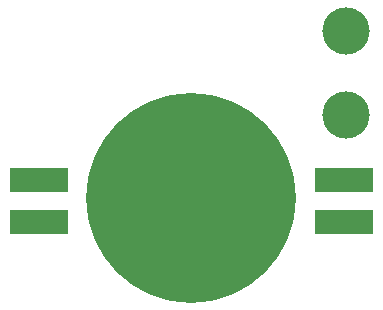
<source format=gbr>
%TF.GenerationSoftware,KiCad,Pcbnew,7.0.8*%
%TF.CreationDate,2024-05-08T14:15:31+02:00*%
%TF.ProjectId,PaperBot,50617065-7242-46f7-942e-6b696361645f,rev?*%
%TF.SameCoordinates,Original*%
%TF.FileFunction,Paste,Bot*%
%TF.FilePolarity,Positive*%
%FSLAX46Y46*%
G04 Gerber Fmt 4.6, Leading zero omitted, Abs format (unit mm)*
G04 Created by KiCad (PCBNEW 7.0.8) date 2024-05-08 14:15:31*
%MOMM*%
%LPD*%
G01*
G04 APERTURE LIST*
%ADD10C,4.000000*%
%ADD11R,5.000000X2.000000*%
%ADD12C,17.780000*%
G04 APERTURE END LIST*
D10*
%TO.C,*%
X140310000Y-69050000D03*
%TD*%
%TO.C,GND*%
X140300000Y-76230000D03*
%TD*%
D11*
%TO.C,U2*%
X140214000Y-85222000D03*
X140214000Y-81666000D03*
X114320000Y-85222000D03*
X114320000Y-81666000D03*
D12*
X127260000Y-83190000D03*
%TD*%
M02*

</source>
